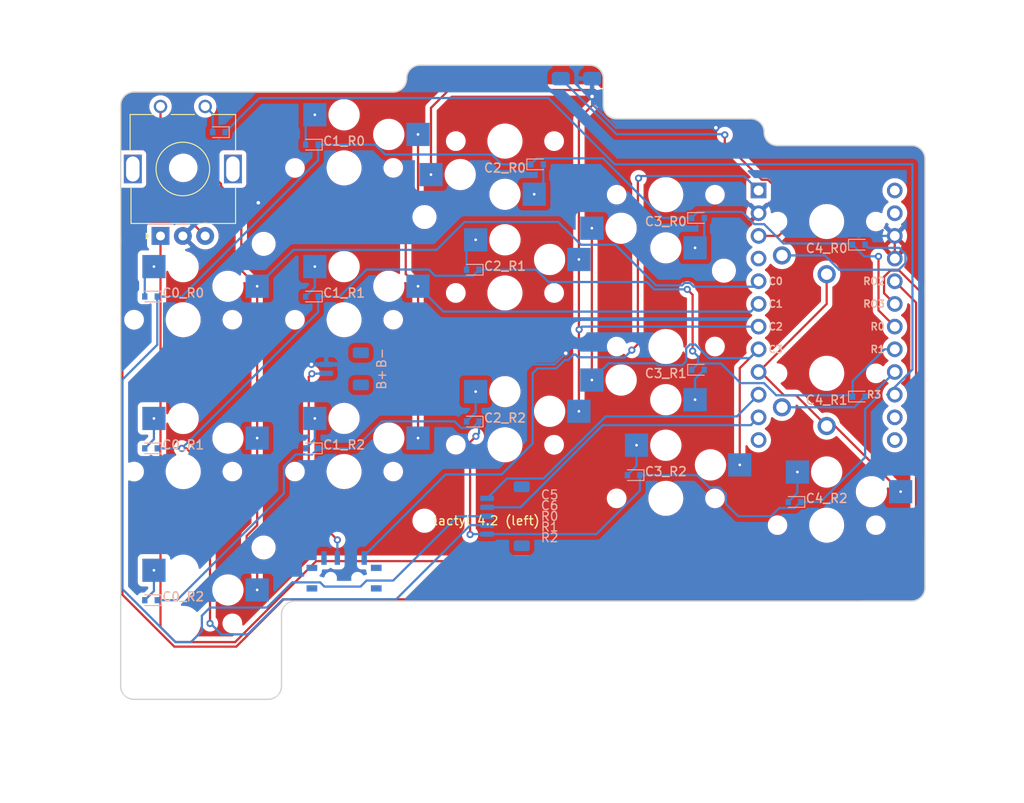
<source format=kicad_pcb>
(kicad_pcb (version 20221018) (generator pcbnew)
  (title_block (title "left") (rev "v1.0.0") (company "Unknown"))
  (layers (0 "F.Cu" signal) (31 "B.Cu" signal) (34 "B.Paste" user) (35 "F.Paste" user) (36 "B.SilkS" user "B.Silkscreen") (37 "F.SilkS" user "F.Silkscreen") (38 "B.Mask" user) (39 "F.Mask" user) (44 "Edge.Cuts" user))
  (net 0 "")
  (net 1 "C4")
  (net 2 "C4_R0D")
  (net 3 "R0")
  (net 4 "C4_R1D")
  (net 5 "R1")
  (net 6 "C0")
  (net 7 "C0R3D")
  (net 8 "P2")
  (net 9 "P3")
  (net 10 "GND")
  (net 11 "R3")
  (net 12 "RAW")
  (net 13 "BSLI")
  (net 14 "three")
  (net 15 "RST")
  (net 16 "VCC")
  (net 17 "C1")
  (net 18 "C2")
  (net 19 "C3")
  (net 20 "C5")
  (net 21 "C6")
  (net 22 "P10")
  (net 23 "P1")
  (net 24 "P0")
  (net 25 "R2")
  (net 26 "P8")
  (net 27 "P9")
  (net 28 "C0_R0D")
  (net 29 "C0_R1D")
  (net 30 "C0_R2D")
  (net 31 "C1_R0D")
  (net 32 "C1_R1D")
  (net 33 "C1_R2D")
  (net 34 "C2_R0D")
  (net 35 "C2_R1D")
  (net 36 "C2_R2D")
  (net 37 "C3_R0D")
  (net 38 "C3_R1D")
  (net 39 "C3_R2D")
  (net 40 "C4_R2D")
  (footprint "MountingHole_2.2mm_M2" (layer "F.Cu") (at 9 -8.5)
    (fp_text reference "H5" hide)
    (fp_text value "")
  )
  (footprint "MountingHole_2.2mm_M2" (layer "F.Cu") (at 60.5 -39.5)
    (fp_text reference "H1" hide)
    (fp_text value "")
  )
  (footprint "somelogo" (layer "F.Cu") (at 33.5 -11.5)
    (fp_text reference "T1" hide)
    (fp_text value "Flactyl 4.2 (left)")
  )
  (footprint "easyeda:SW-TH_MSK12C02-HB-1" (layer "F.Cu") (at 18 -5.5 180)
    (fp_text reference "SS1" hide)
    (fp_text value "SW-TH_MSK12C02-HB-1" hide)
  )
  (footprint "MountingHole_2.2mm_M2" (layer "F.Cu") (at 9 -42.5)
    (fp_text reference "H4" hide)
    (fp_text value "")
  )
  (footprint "MountingHole_2.2mm_M2" (layer "F.Cu") (at 27 -11.5)
    (fp_text reference "H3" hide)
    (fp_text value "")
  )
  (footprint "MountingHole_2.2mm_M2" (layer "F.Cu") (at 27 -45.5)
    (fp_text reference "H2" hide)
    (fp_text value "")
  )
  (footprint "rotary_encoder" (layer "F.Cu") (at 0 -51 90)
    (fp_text reference "ROT1" hide)
    (fp_text value "")
  )
  (footprint "D_SOD-523" (layer "B.Cu") (at 14.4 -36.6 180)
    (fp_text reference "D8" hide)
    (fp_text value "D_SOD-523")
  )
  (footprint "D_SOD-523" (layer "B.Cu") (at 57.6 -28.4)
    (fp_text reference "D14" hide)
    (fp_text value "D_SOD-523")
  )
  (footprint "Kailh_socket_PG1350_no_silk" (layer "B.Cu") (at 0 0 180)
    (fp_text reference "S5" hide)
    (fp_text value "")
  )
  (footprint "D_SOD-523" (layer "B.Cu") (at 50.4 -16.6 180)
    (fp_text reference "D15" hide)
    (fp_text value "D_SOD-523")
  )
  (footprint "D_SOD-523" (layer "B.Cu") (at -3.6 -2.6 180)
    (fp_text reference "D6" hide)
    (fp_text value "D_SOD-523")
  )
  (footprint "D_SOD-523" (layer "B.Cu") (at 57.6 -45.4)
    (fp_text reference "D13" hide)
    (fp_text value "D_SOD-523")
  )
  (footprint "Kailh_socket_PG1350_no_silk" (layer "B.Cu") (at 36 -54)
    (fp_text reference "S9" hide)
    (fp_text value "")
  )
  (footprint "Kailh_socket_PG1350_no_silk" (layer "B.Cu") (at 54 -31)
    (fp_text reference "S13" hide)
    (fp_text value "")
  )
  (footprint "Kailh_socket_PG1350_no_silk" (layer "B.Cu") (at 36 -20 180)
    (fp_text reference "S11" hide)
    (fp_text value "")
  )
  (footprint "D_SOD-523" (layer "B.Cu") (at 32.4 -39.6 180)
    (fp_text reference "D11" hide)
    (fp_text value "D_SOD-523")
  )
  (footprint "NiceNano" (layer "B.Cu") (at 72 -34.5 -90)
    (fp_text reference "MCU1" hide)
    (fp_text value "" hide)
  )
  (footprint "D_SOD-523" (layer "B.Cu") (at 75.6 -25.4)
    (fp_text reference "D2" hide)
    (fp_text value "D_SOD-523")
  )
  (footprint "D_SOD-523" (layer "B.Cu") (at 14.4 -19.6 180)
    (fp_text reference "D9" hide)
    (fp_text value "D_SOD-523")
  )
  (footprint "Kailh_socket_PG1350_no_silk" (layer "B.Cu") (at 18 -17 180)
    (fp_text reference "S8" hide)
    (fp_text value "")
  )
  (footprint "D_SOD-523" (layer "B.Cu") (at 75.6 -42.4)
    (fp_text reference "D1" hide)
    (fp_text value "D_SOD-523")
  )
  (footprint "Kailh_socket_PG1350_no_silk" (layer "B.Cu") (at 36 -37 180)
    (fp_text reference "S10" hide)
    (fp_text value "")
  )
  (footprint "Kailh_socket_PG1350_no_silk" (layer "B.Cu") (at 72 -45)
    (fp_text reference "S1" hide)
    (fp_text value "")
  )
  (footprint "D_SOD-523" (layer "B.Cu") (at 14.4 -53.6 180)
    (fp_text reference "D7" hide)
    (fp_text value "D_SOD-523")
  )
  (footprint "D_SOD-523" (layer "B.Cu") (at 32.4 -22.6 180)
    (fp_text reference "D12" hide)
    (fp_text value "D_SOD-523")
  )
  (footprint "JST_SH_SM05B-SRSS-TB_1x05-1MP_P1.00mm_Horizontal" (layer "B.Cu") (at 36 -12 -90)
    (fp_text reference "JC1" hide)
    (fp_text value "")
  )
  (footprint "D_SOD-523" (layer "B.Cu") (at -3.6 -19.6 180)
    (fp_text reference "D5" hide)
    (fp_text value "D_SOD-523")
  )
  (footprint "JST_SH_SM02B-SRSS-TB_1x02-1MP_P1.00mm_Horizontal" (layer "B.Cu") (at 18 -28.5 -90)
    (fp_text reference "JB1" hide)
    (fp_text value "JST_SH_SM02B-SRSS-TB_1x02-1MP_P1.00mm_Horizontal" hide)
  )
  (footprint "Kailh_socket_PG1350_no_silk" (layer "B.Cu") (at 54 -14 180)
    (fp_text reference "S14" hide)
    (fp_text value "")
  )
  (footprint "Kailh_socket_PG1350_no_silk" (layer "B.Cu") (at 72 -11 180)
    (fp_text reference "S15" hide)
    (fp_text value "")
  )
  (footprint "Kailh_socket_PG1350_no_silk" (layer "B.Cu") (at 18 -34 180)
    (fp_text reference "S7" hide)
    (fp_text value "")
  )
  (footprint "D_SOD-523" (layer "B.Cu") (at 39.6 -51.4)
    (fp_text reference "D10" hide)
    (fp_text value "D_SOD-523")
  )
  (footprint "b3u-1000P" (layer "B.Cu") (at 44 -61 180)
    (fp_text reference "SB1" hide)
    (fp_text value "b3u-1000P")
  )
  (footprint "D_SOD-523" (layer "B.Cu") (at 4 -55 180)
    (fp_text reference "D3" hide)
    (fp_text value "D_SOD-523")
  )
  (footprint "D_SOD-523" (layer "B.Cu") (at 68.4 -13.6 180)
    (fp_text reference "D16" hide)
    (fp_text value "D_SOD-523")
  )
  (footprint "Kailh_socket_PG1350_no_silk" (layer "B.Cu") (at 18 -51 180)
    (fp_text reference "S6" hide)
    (fp_text value "")
  )
  (footprint "Kailh_socket_PG1350_no_silk" (layer "B.Cu") (at 72 -28)
    (fp_text reference "S2" hide)
    (fp_text value "")
  )
  (footprint "Kailh_socket_PG1350_no_silk" (layer "B.Cu") (at 0 -34 180)
    (fp_text reference "S3" hide)
    (fp_text value "")
  )
  (footprint "D_SOD-523" (layer "B.Cu") (at -3.6 -36.6 180)
    (fp_text reference "D4" hide)
    (fp_text value "D_SOD-523")
  )
  (footprint "Kailh_socket_PG1350_no_silk" (layer "B.Cu") (at 54 -48)
    (fp_text reference "S12" hide)
    (fp_text value "")
  )
  (footprint "Kailh_socket_PG1350_no_silk" (layer "B.Cu") (at 0 -17 180)
    (fp_text reference "S4" hide)
    (fp_text value "")
  )
  (gr_line (start 63.51 -56.5) (end 48.49 -56.5) (stroke (width 0.15)) (layer "Edge.Cuts"))
  (gr_arc (start 11 7.01) (mid 10.563589 8.063589) (end 9.51 8.5) (stroke (width 0.15)) (layer "Edge.Cuts"))
  (gr_line (start 83 -3.99) (end 83 -52.01) (stroke (width 0.15)) (layer "Edge.Cuts"))
  (gr_line (start 65 -54.99) (end 65 -55.01) (stroke (width 0.15)) (layer "Edge.Cuts"))
  (gr_line (start 81.51 -53.5) (end 66.49 -53.5) (stroke (width 0.15)) (layer "Edge.Cuts"))
  (gr_arc (start 83 -3.99) (mid 82.563589 -2.936411) (end 81.51 -2.5) (stroke (width 0.15)) (layer "Edge.Cuts"))
  (gr_arc (start 63.51 -56.5) (mid 64.563589 -56.063589) (end 65 -55.01) (stroke (width 0.15)) (layer "Edge.Cuts"))
  (gr_line (start -5.51 8.5) (end 9.51 8.5) (stroke (width 0.15)) (layer "Edge.Cuts"))
  (gr_arc (start 25 -60.99) (mid 24.563589 -59.936411) (end 23.51 -59.5) (stroke (width 0.15)) (layer "Edge.Cuts"))
  (gr_arc (start -5.51 8.5) (mid -6.563589 8.063589) (end -7 7.01) (stroke (width 0.15)) (layer "Edge.Cuts"))
  (gr_arc (start 45.51 -62.5) (mid 46.563589 -62.063589) (end 47 -61.01) (stroke (width 0.15)) (layer "Edge.Cuts"))
  (gr_arc (start 25 -61.01) (mid 25.436411 -62.063589) (end 26.49 -62.5) (stroke (width 0.15)) (layer "Edge.Cuts"))
  (gr_line (start 47 -57.99) (end 47 -61.01) (stroke (width 0.15)) (layer "Edge.Cuts"))
  (gr_arc (start 81.51 -53.5) (mid 82.563589 -53.063589) (end 83 -52.01) (stroke (width 0.15)) (layer "Edge.Cuts"))
  (gr_line (start 25 -61.01) (end 25 -60.99) (stroke (width 0.15)) (layer "Edge.Cuts"))
  (gr_line (start 12.49 -2.5) (end 81.51 -2.5) (stroke (width 0.15)) (layer "Edge.Cuts"))
  (gr_line (start -7 7.01) (end -7 -58.01) (stroke (width 0.15)) (layer "Edge.Cuts"))
  (gr_arc (start 66.49 -53.5) (mid 65.436411 -53.936411) (end 65 -54.99) (stroke (width 0.15)) (layer "Edge.Cuts"))
  (gr_arc (start 11 -1.01) (mid 11.436411 -2.063589) (end 12.49 -2.5) (stroke (width 0.15)) (layer "Edge.Cuts"))
  (gr_line (start 45.51 -62.5) (end 26.49 -62.5) (stroke (width 0.15)) (layer "Edge.Cuts"))
  (gr_line (start 11 7.01) (end 11 -1.01) (stroke (width 0.15)) (layer "Edge.Cuts"))
  (gr_arc (start -7 -58.01) (mid -6.563589 -59.063589) (end -5.51 -59.5) (stroke (width 0.15)) (layer "Edge.Cuts"))
  (gr_arc (start 48.49 -56.5) (mid 47.436411 -56.936411) (end 47 -57.99) (stroke (width 0.15)) (layer "Edge.Cuts"))
  (gr_line (start -5.51 -59.5) (end 23.51 -59.5) (stroke (width 0.15)) (layer "Edge.Cuts"))
  (segment (start 72.925 -22.1) (end 72 -22.1) (width 0.25) (layer "F.Cu") (net 1))
  (segment (start 67.225316 -25.541) (end 68.559 -25.541) (width 0.25) (layer "F.Cu") (net 1))
  (segment (start 68.559 -25.541) (end 72 -22.1) (width 0.25) (layer "F.Cu") (net 1))
  (segment (start 72 -39.1) (end 72 -35.77) (width 0.25) (layer "F.Cu") (net 1))
  (segment (start 80.275 -14.75) (end 72.925 -22.1) (width 0.25) (layer "F.Cu") (net 1))
  (segment (start 72 -35.77) (end 64.38 -28.15) (width 0.25) (layer "F.Cu") (net 1))
  (segment (start 64.38 -28.15) (end 64.616316 -28.15) (width 0.25) (layer "F.Cu") (net 1))
  (segment (start 64.616316 -28.15) (end 67.225316 -25.541) (width 0.25) (layer "F.Cu") (net 1))
  (segment (start 80.117595 -42.0513) (end 80.8213 -41.347595) (width 0.25) (layer "B.Cu") (net 2))
  (segment (start 80.068895 -39.6) (end 73.396461 -39.6) (width 0.25) (layer "B.Cu") (net 2))
  (segment (start 80.8213 -41.347595) (end 80.8213 -40.352405) (width 0.25) (layer "B.Cu") (net 2))
  (segment (start 76.6487 -42.0513) (end 80.117595 -42.0513) (width 0.25) (layer "B.Cu") (net 2))
  (segment (start 73.396461 -39.6) (end 71.796461 -41.2) (width 0.25) (layer "B.Cu") (net 2))
  (segment (start 80.8213 -40.352405) (end 80.068895 -39.6) (width 0.25) (layer "B.Cu") (net 2))
  (segment (start 76.3 -42.4) (end 76.6487 -42.0513) (width 0.25) (layer "B.Cu") (net 2))
  (segment (start 71.796461 -41.2) (end 67 -41.2) (width 0.25) (layer "B.Cu") (net 2))
  (segment (start 77.8 -35.05) (end 79.62 -33.23) (width 0.25) (layer "F.Cu") (net 3))
  (segment (start 77.8 -41.1) (end 77.8 -35.05) (width 0.25) (layer "F.Cu") (net 3))
  (via (at 77.8 -41.1) (size 0.8) (drill 0.4) (layers "F.Cu" "B.Cu") (net 3))
  (segment (start 76.2 -41.1) (end 74.9 -42.4) (width 0.25) (layer "B.Cu") (net 3))
  (segment (start 65 -44.7) (end 67.159 -42.541) (width 0.25) (layer "B.Cu") (net 3))
  (segment (start -2.9 -31.2) (end -2.9 -36.6) (width 0.25) (layer "B.Cu") (net 3))
  (segment (start 22.59835 -52.5) (end 34.545001 -52.5) (width 0.25) (layer "B.Cu") (net 3))
  (segment (start 3.001501 -1.7775) (end 2.0895 -0.865499) (width 0.25) (layer "B.Cu") (net 3))
  (segment (start 77.8 -41.1) (end 76.2 -41.1) (width 0.25) (layer "B.Cu") (net 3))
  (segment (start 34.545001 -52.5) (end 35.645001 -51.4) (width 0.25) (layer "B.Cu") (net 3))
  (segment (start 34 -12) (end 30.7 -12) (width 0.25) (layer "B.Cu") (net 3))
  (segment (start -0.865499 2.0895) (end -6.8 -3.845001) (width 0.25) (layer "B.Cu") (net 3))
  (segment (start 67.159 -42.541) (end 74.759 -42.541) (width 0.25) (layer "B.Cu") (net 3))
  (segment (start 63.911105 -44.7) (end 65 -44.7) (width 0.25) (layer "B.Cu") (net 3))
  (segment (start 15.1 -51.866316) (end 15.1 -53.6) (width 0.25) (layer "B.Cu") (net 3))
  (segment (start 21.49835 -53.6) (end 22.59835 -52.5) (width 0.25) (layer "B.Cu") (net 3))
  (segment (start 30.7 -12) (end 23.5 -4.8) (width 0.25) (layer "B.Cu") (net 3))
  (segment (start -2.9 -36.6) (end -0.166316 -36.6) (width 0.25) (layer "B.Cu") (net 3))
  (segment (start 9.3775 -1.7775) (end 3.001501 -1.7775) (width 0.25) (layer "B.Cu") (net 3))
  (segment (start 2.0895 0.865499) (end 0.865499 2.0895) (width 0.25) (layer "B.Cu") (net 3))
  (segment (start 15.325 -4.595) (end 12.195 -4.595) (width 0.25) (layer "B.Cu") (net 3))
  (segment (start 56.9 -45.4) (end 57.575 -46.075) (width 0.25) (layer "B.Cu") (net 3))
  (segment (start 39.575 -52.075) (end 46.970001 -52.075) (width 0.25) (layer "B.Cu") (net 3))
  (segment (start 53.645001 -45.4) (end 56.9 -45.4) (width 0.25) (layer "B.Cu") (net 3))
  (segment (start 15.1 -53.6) (end 21.49835 -53.6) (width 0.25) (layer "B.Cu") (net 3))
  (segment (start -6.8 -3.845001) (end -6.8 -27.3) (width 0.25) (layer "B.Cu") (net 3))
  (segment (start 20.516726 -4.8) (end 19.841726 -4.125) (width 0.25) (layer "B.Cu") (net 3))
  (segment (start 38.9 -51.4) (end 39.575 -52.075) (width 0.25) (layer "B.Cu") (net 3))
  (segment (start 62.536105 -46.075) (end 63.911105 -44.7) (width 0.25) (layer "B.Cu") (net 3))
  (segment (start 46.970001 -52.075) (end 53.645001 -45.4) (width 0.25) (layer "B.Cu") (net 3))
  (segment (start 12.195 -4.595) (end 9.3775 -1.7775) (width 0.25) (layer "B.Cu") (net 3))
  (segment (start -0.166316 -36.6) (end 15.1 -51.866316) (width 0.25) (layer "B.Cu") (net 3))
  (segment (start 74.759 -42.541) (end 74.9 -42.4) (width 0.25) (layer "B.Cu") (net 3))
  (segment (start 19.841726 -4.125) (end 15.795 -4.125) (width 0.25) (layer "B.Cu") (net 3))
  (segment (start 0.865499 2.0895) (end -0.865499 2.0895) (width 0.25) (layer "B.Cu") (net 3))
  (segment (start -6.8 -27.3) (end -2.9 -31.2) (width 0.25) (layer "B.Cu") (net 3))
  (segment (start 35.645001 -51.4) (end 38.9 -51.4) (width 0.25) (layer "B.Cu") (net 3))
  (segment (start 23.5 -4.8) (end 20.516726 -4.8) (width 0.25) (layer "B.Cu") (net 3))
  (segment (start 2.0895 -0.865499) (end 2.0895 0.865499) (width 0.25) (layer "B.Cu") (net 3))
  (segment (start 57.575 -46.075) (end 62.536105 -46.075) (width 0.25) (layer "B.Cu") (net 3))
  (segment (start 15.795 -4.125) (end 15.325 -4.595) (width 0.25) (layer "B.Cu") (net 3))
  (segment (start 75.1 -24.2) (end 76.3 -25.4) (width 0.25) (layer "B.Cu") (net 4))
  (segment (start 67 -24.2) (end 75.1 -24.2) (width 0.25) (layer "B.Cu") (net 4))
  (segment (start 0.354999 -19.6) (end 3 -16.954999) (width 0.25) (layer "F.Cu") (net 5))
  (segment (start 57 -36.8) (end 56.4 -37.4) (width 0.25) (layer "F.Cu") (net 5))
  (segment (start -0.15 -19.6) (end 0.354999 -19.6) (width 0.25) (layer "F.Cu") (net 5))
  (segment (start 57 -30.5) (end 57 -36.8) (width 0.25) (layer "F.Cu") (net 5))
  (segment (start 3 -16.954999) (end 3 0) (width 0.25) (layer "F.Cu") (net 5))
  (via (at -0.15 -19.6) (size 0.8) (drill 0.4) (layers "F.Cu" "B.Cu") (net 5))
  (via (at 56.4 -37.4) (size 0.8) (drill 0.4) (layers "F.Cu" "B.Cu") (net 5))
  (via (at 57 -30.5) (size 0.8) (drill 0.4) (layers "F.Cu" "B.Cu") (net 5))
  (via (at 3 0) (size 0.8) (drill 0.4) (layers "F.Cu" "B.Cu") (net 5))
  (segment (start -0.166316 -19.6) (end -2.9 -19.6) (width 0.25) (layer "B.Cu") (net 5))
  (segment (start 78.456316 -30.69) (end 79.62 -30.69) (width 0.25) (layer "B.Cu") (net 5))
  (segment (start 11.138769 -2.702373) (end 7.210496 1.2259) (width 0.25) (layer "B.Cu") (net 5))
  (segment (start 7.210496 1.2259) (end 4.2759 1.2259) (width 0.25) (layer "B.Cu") (net 5))
  (segment (start 20.525 -39.625) (end 17.5 -36.6) (width 0.25) (layer "B.Cu") (net 5))
  (segment (start 57.6 -29.1) (end 57.6 -29.9) (width 0.25) (layer "B.Cu") (net 5))
  (segment (start -0.15 -19.6) (end -0.166316 -19.6) (width 0.25) (layer "B.Cu") (net 5))
  (segment (start 27.475 -39.625) (end 20.525 -39.625) (width 0.25) (layer "B.Cu") (net 5))
  (segment (start 66.359 -25.541) (end 65 -26.9) (width 0.25) (layer "B.Cu") (net 5))
  (segment (start -0.15 -19.616316) (end -0.15 -19.6) (width 0.25) (layer "B.Cu") (net 5))
  (segment (start 74.9 -25.4) (end 74.9 -27.133684) (width 0.25) (layer "B.Cu") (net 5))
  (segment (start 65 -26.9) (end 62.375 -26.9) (width 0.25) (layer "B.Cu") (net 5))
  (segment (start 57.6 -29.1) (end 56.9 -28.4) (width 0.25) (layer "B.Cu") (net 5))
  (segment (start 74.759 -25.541) (end 66.359 -25.541) (width 0.25) (layer "B.Cu") (net 5))
  (segment (start 74.9 -25.4) (end 74.759 -25.541) (width 0.25) (layer "B.Cu") (net 5))
  (segment (start 15.1 -36.6) (end 15.1 -34.866316) (width 0.25) (layer "B.Cu") (net 5))
  (segment (start 60.175 -29.1) (end 57.6 -29.1) (width 0.25) (layer "B.Cu") (net 5))
  (segment (start 4.2759 1.2259) (end 3.05 0) (width 0.25) (layer "B.Cu") (net 5))
  (segment (start 52.7 -37.4) (end 56.4 -37.4) (width 0.25) (layer "B.Cu") (net 5))
  (segment (start 17.5 -36.6) (end 15.1 -36.6) (width 0.25) (layer "B.Cu") (net 5))
  (segment (start 40.87245 -38.2259) (end 51.8741 -38.2259) (width 0.25) (layer "B.Cu") (net 5))
  (segment (start 15.1 -34.866316) (end -0.15 -19.616316) (width 0.25) (layer "B.Cu") (net 5))
  (segment (start 39.49835 -39.6) (end 40.87245 -38.2259) (width 0.25) (layer "B.Cu") (net 5))
  (segment (start 51.8741 -38.2259) (end 52.7 -37.4) (width 0.25) (layer "B.Cu") (net 5))
  (segment (start 23.827068 -2.702373) (end 11.138769 -2.702373) (width 0.25) (layer "B.Cu") (net 5))
  (segment (start 57.6 -29.9) (end 57 -30.5) (width 0.25) (layer "B.Cu") (net 5))
  (segment (start 34 -11) (end 32.124695 -11) (width 0.25) (layer "B.Cu") (net 5))
  (segment (start 28.175 -38.925) (end 27.475 -39.625) (width 0.25) (layer "B.Cu") (net 5))
  (segment (start 62.375 -26.9) (end 60.175 -29.1) (width 0.25) (layer "B.Cu") (net 5))
  (segment (start 32.124695 -11) (end 23.827068 -2.702373) (width 0.25) (layer "B.Cu") (net 5))
  (segment (start 32.425 -38.925) (end 28.175 -38.925) (width 0.25) (layer "B.Cu") (net 5))
  (segment (start 33.1 -39.6) (end 32.425 -38.925) (width 0.25) (layer "B.Cu") (net 5))
  (segment (start 74.9 -27.133684) (end 78.456316 -30.69) (width 0.25) (layer "B.Cu") (net 5))
  (segment (start 33.1 -39.6) (end 39.49835 -39.6) (width 0.25) (layer "B.Cu") (net 5))
  (segment (start 7.1 -9.8) (end 7.1 -6.9) (width 0.25) (layer "F.Cu") (net 6))
  (segment (start 4.235 -49.204518) (end 4.235 -48.955) (width 0.25) (layer "F.Cu") (net 6))
  (segment (start 6.5 -47.9) (end 5.29 -47.9) (width 0.25) (layer "F.Cu") (net 6))
  (segment (start -2.290482 -55.73) (end 4.235 -49.204518) (width 0.25) (layer "F.Cu") (net 6))
  (segment (start 7.1 -6.9) (end 8.275 -5.725) (width 0.25) (layer "F.Cu") (net 6))
  (segment (start 8.275 -37.75) (end 6.5 -39.525) (width 0.25) (layer "F.Cu") (net 6))
  (segment (start 8.275 -20.75) (end 8.275 -37.75) (width 0.25) (layer "F.Cu") (net 6))
  (segment (start 8.275 -10.975) (end 7.1 -9.8) (width 0.25) (layer "F.Cu") (net 6))
  (segment (start 6.5 -39.525) (end 6.5 -47.9) (width 0.25) (layer "F.Cu") (net 6))
  (segment (start -2.54 -55.73) (end -2.54 -57.88) (width 0.25) (layer "F.Cu") (net 6))
  (segment (start 8.275 -20.75) (end 8.275 -10.975) (width 0.25) (layer "F.Cu") (net 6))
  (segment (start 4.235 -48.955) (end 5.29 -47.9) (width 0.25) (layer "F.Cu") (net 6))
  (segment (start -2.54 -55.73) (end -2.290482 -55.73) (width 0.25) (layer "F.Cu") (net 6))
  (segment (start 8.275 -5.725) (end 8.275 -3.75) (width 0.25) (layer "F.Cu") (net 6))
  (segment (start 12.35 -41.825) (end 28.35 -41.825) (width 0.25) (layer "B.Cu") (net 6))
  (segment (start 57.125 -37.7) (end 63.77 -37.7) (width 0.25) (layer "B.Cu") (net 6))
  (segment (start 8.275 -37.75) (end 12.35 -41.825) (width 0.25) (layer "B.Cu") (net 6))
  (segment (start 41.95 -44.95) (end 44.5 -42.4) (width 0.25) (layer "B.Cu") (net 6))
  (segment (start 31.475 -44.95) (end 41.95 -44.95) (width 0.25) (layer "B.Cu") (net 6))
  (segment (start 44.5 -42.4) (end 48.35 -42.4) (width 0.25) (layer "B.Cu") (net 6))
  (segment (start 52.9 -37.85) (end 55.824695 -37.85) (width 0.25) (layer "B.Cu") (net 6))
  (segment (start 28.35 -41.825) (end 31.475 -44.95) (width 0.25) (layer "B.Cu") (net 6))
  (segment (start 56.7 -38.125) (end 57.125 -37.7) (width 0.25) (layer "B.Cu") (net 6))
  (segment (start 48.35 -42.4) (end 52.9 -37.85) (width 0.25) (layer "B.Cu") (net 6))
  (segment (start 56.099695 -38.125) (end 56.7 -38.125) (width 0.25) (layer "B.Cu") (net 6))
  (segment (start 63.77 -37.7) (end 64.38 -38.31) (width 0.25) (layer "B.Cu") (net 6))
  (segment (start 55.824695 -37.85) (end 56.099695 -38.125) (width 0.25) (layer "B.Cu") (net 6))
  (segment (start 3.3 -57.04) (end 2.46 -57.88) (width 0.25) (layer "B.Cu") (net 7))
  (segment (start 3.3 -55) (end 3.3 -57.04) (width 0.25) (layer "B.Cu") (net 7))
  (segment (start 82 -9.5) (end 82 -35.93) (width 0.25) (layer "F.Cu") (net 8))
  (segment (start 79.475 -6.975) (end 82 -9.5) (width 0.25) (layer "F.Cu") (net 8))
  (segment (start 5.8105 2.0895) (end 14.875 -6.975) (width 0.25) (layer "F.Cu") (net 8))
  (segment (start -2.54 -43.38) (end -2.54 0.414999) (width 0.25) (layer "F.Cu") (net 8))
  (segment (start 82 -35.93) (end 79.62 -38.31) (width 0.25) (layer "F.Cu") (net 8))
  (segment (start -2.54 0.414999) (end -0.865499 2.0895) (width 0.25) (layer "F.Cu") (net 8))
  (segment (start 14.875 -6.975) (end 79.475 -6.975) (width 0.25) (layer "F.Cu") (net 8))
  (segment (start -0.865499 2.0895) (end 5.8105 2.0895) (width 0.25) (layer "F.Cu") (net 8))
  (segment (start 82.8 -9.663604) (end 75.836396 -2.7) (width 0.25) (layer "F.Cu") (net 9))
  (segment (start 78.4187 -38.807595) (end 79.122405 -39.5113) (width 0.25) (layer "F.Cu") (net 9))
  (segment (start 79.62 -35.77) (end 78.4187 -36.9713) (width 0.25) (layer "F.Cu") (net 9))
  (segment (start 82.8 -36.828895) (end 82.8 -9.663604) (width 0.25) (layer "F.Cu") (net 9))
  (segment (start -6.8 -3.208605) (end -6.8 -42.2) (width 0.25) (layer "F.Cu") (net 9))
  (segment (start 1.04 -44.8) (end 2.46 -43.38) (width 0.25) (layer "F.Cu") (net 9))
  (segment (start 78.4187 -36.9713) (end 78.4187 -38.807595) (width 0.25) (layer "F.Cu") (net 9))
  (segment (start -0.991395 2.6) (end -6.8 -3.208605) (width 0.25) (layer "F.Cu") (net 9))
  (segment (start -4.2 -44.8) (end 1.04 -44.8) (width 0.25) (layer "F.Cu") (net 9))
  (segment (start 80.117595 -39.5113) (end 82.8 -36.828895) (width 0.25) (layer "F.Cu") (net 9))
  (segment (start 75.836396 -2.7) (end 11.236396 -2.7) (width 0.25) (layer "F.Cu") (net 9))
  (segment (start -6.8 -42.2) (end -4.2 -44.8) (width 0.25) (layer "F.Cu") (net 9))
  (segment (start 5.936396 2.6) (end -0.991395 2.6) (width 0.25) (layer "F.Cu") (net 9))
  (segment (start 11.236396 -2.7) (end 5.936396 2.6) (width 0.25) (layer "F.Cu") (net 9))
  (segment (start 79.122405 -39.5113) (end 80.117595 -39.5113) (width 0.25) (layer "F.Cu") (net 9))
  (segment (start 14.1 -29.25) (end 14.1 -41.35) (width 0.25) (layer "F.Cu") (net 10))
  (segment (start 64.38 -45.93) (end 59.6 -50.71) (width 0.25) (layer "F.Cu") (net 10))
  (segment (start 45.75 -59) (end 42.875 -56.125) (width 0.25) (layer "F.Cu") (net 10))
  (segment (start 14.35 -29) (end 14.1 -29.25) (width 0.25) (layer "F.Cu") (net 10))
  (segment (start 42.875 -30.275) (end 42.85 -30.25) (width 0.25) (layer "F.Cu") (net 10))
  (segment (start 59.6 -50.71) (end 59.6 -55.5) (width 0.25) (layer "F.Cu") (net 10))
  (segment (start 79.62 -43.39) (end 79.62 -40.85) (width 0.25) (layer "F.Cu") (net 10))
  (segment (start 42.875 -56.125) (end 42.875 -30.275) (width 0.25) (layer "F.Cu") (net 10))
  (segment (start 14.1 -41.35) (end 8.4 -47.05) (width 0.25) (layer "F.Cu") (net 10))
  (via (at 14.35 -29) (size 0.8) (drill 0.4) (layers "F.Cu" "B.Cu") (net 10))
  (via (at 42.8 -30.25) (size 0.8) (drill 0.4) (layers "F.Cu" "B.Cu") (net 10))
  (via (at 45.75 -59) (size 0.8) (drill 0.4) (layers "F.Cu" "B.Cu") (net 10))
  (via (at 59.6 -55.5) (size 0.8) (drill 0.4) (layers "F.Cu" "B.Cu") (net 10))
  (via (at 8.4 -47.1) (size 0.8) (drill 0.4) (layers "F.Cu" "B.Cu") (net 10))
  (segment (start 16 -29) (end 14.35 -29) (width 0.25) (layer "B.Cu") (net 10))
  (segment (start 76.564999 -43.39) (end 72.865499 -47.0895) (width 0.25) (layer "B.Cu") (net 10))
  (segment (start 65.5395 -47.0895) (end 64.38 -45.93) (width 0.25) (layer "B.Cu") (net 10))
  (segment (start 3.68 -47.1) (end -0.04 -43.38) (width 0.25) (layer "B.Cu") (net 10))
  (segment (start 8.4 -47.1) (end 3.68 -47.1) (width 0.25) (layer "B.Cu") (net 10))
  (segment (start 45.75 -59) (end 45.75 -61) (width 0.25) (layer "B.Cu") (net 10))
  (segment (start 45.75 -58.15) (end 48.4 -55.5) (width 0.25) (layer "B.Cu") (net 10))
  (segment (start 42.8 -30.25) (end 41.55 -29) (width 0.25) (layer "B.Cu") (net 10))
  (segment (start 48.4 -55.5) (end 59.6 -55.5) (width 0.25) (layer "B.Cu") (net 10))
  (segment (start 45.75 -59) (end 45.75 -58.15) (width 0.25) (layer "B.Cu") (net 10))
  (segment (start 79.62 -43.39) (end 76.564999 -43.39) (width 0.25) (layer "B.Cu") (net 10))
  (segment (start 72.865499 -47.0895) (end 65.5395 -47.0895) (width 0.25) (layer "B.Cu") (net 10))
  (segment (start 41.55 -29) (end 16 -29) (width 0.25) (layer "B.Cu") (net 10))
  (segment (start 40.856397 -58.825) (end 8.525 -58.825) (width 0.25) (layer "B.Cu") (net 11))
  (segment (start 8.525 -58.825) (end 4.7 -55) (width 0.25) (layer "B.Cu") (net 11))
  (segment (start 78.778895 -25.61) (end 81.6 -28.431105) (width 0.25) (layer "B.Cu") (net 11))
  (segment (start 81.6 -28.431105) (end 81.6 -51.4) (width 0.25) (layer "B.Cu") (net 11))
  (segment (start 81.6 -51.4) (end 48.281397 -51.4) (width 0.25) (layer "B.Cu") (net 11))
  (segment (start 48.281397 -51.4) (end 40.856397 -58.825) (width 0.25) (layer "B.Cu") (net 11))
  (segment (start 79.62 -25.61) (end 78.778895 -25.61) (width 0.25) (layer "B.Cu") (net 11))
  (segment (start 50.875 -31.275) (end 50.875 -49.825) (width 0.25) (layer "F.Cu") (net 12))
  (segment (start 50.2 -30.6) (end 50.875 -31.275) (width 0.25) (layer "F.Cu") (net 12))
  (segment (start 50.875 -49.825) (end 50.9 -49.85) (width 0.25) (layer "F.Cu") (net 12))
  (via (at 50.95 -49.85) (size 0.8) (drill 0.4) (layers "F.Cu" "B.Cu") (net 12))
  (via (at 50.2 -30.6) (size 0.8) (drill 0.4) (layers "F.Cu" "B.Cu") (net 12))
  (segment (start 39.65 -28.55) (end 39.1 -28) (width 0.25) (layer "B.Cu") (net 12))
  (segment (start 50.2 -30.6) (end 49.3741 -29.7741) (width 0.25) (layer "B.Cu") (net 12))
  (segment (start 47.966316 -29.8) (end 44.2 -29.8) (width 0.25) (layer "B.Cu") (net 12))
  (segment (start 41.75 -28.55) (end 39.65 -28.55) (width 0.25) (layer "B.Cu") (net 12))
  (segment (start 29.35 -16.675) (end 20.25 -7.575) (width 0.25) (layer "B.Cu") (net 12))
  (segment (start 62.7605 -50.0895) (end 64.38 -48.47) (width 0.25) (layer "B.Cu") (net 12))
  (segment (start 49.3741 -29.7741) (end 47.992216 -29.7741) (width 0.25) (layer "B.Cu") (net 12))
  (segment (start 35.629999 -16.675) (end 29.35 -16.675) (width 0.25) (layer "B.Cu") (net 12))
  (segment (start 43.675305 -30.1) (end 43.075305 -29.5) (width 0.25) (layer "B.Cu") (net 12))
  (segment (start 43.9 -30.1) (end 43.675305 -30.1) (width 0.25) (layer "B.Cu") (net 12))
  (segment (start 44.2 -29.8) (end 43.9 -30.1) (width 0.25) (layer "B.Cu") (net 12))
  (segment (start 42.7 -29.5) (end 41.75 -28.55) (width 0.25) (layer "B.Cu") (net 12))
  (segment (start 39.1 -20.145001) (end 35.629999 -16.675) (width 0.25) (layer "B.Cu") (net 12))
  (segment (start 47.992216 -29.7741) (end 47.966316 -29.8) (width 0.25) (layer "B.Cu") (net 12))
  (segment (start 43.075305 -29.5) (end 42.7 -29.5) (width 0.25) (layer "B.Cu") (net 12))
  (segment (start 51.1895 -50.0895) (end 62.7605 -50.0895) (width 0.25) (layer "B.Cu") (net 12))
  (segment (start 39.1 -28) (end 39.1 -20.145001) (width 0.25) (layer "B.Cu") (net 12))
  (segment (start 14.05 -27.6) (end 14.05 -12.55) (width 0.25) (layer "F.Cu") (net 13))
  (segment (start 14.05 -12.55) (end 17.25 -9.35) (width 0.25) (layer "F.Cu") (net 13))
  (segment (start 14.4 -27.95) (end 14.05 -27.6) (width 0.25) (layer "F.Cu") (net 13))
  (via (at 17.25 -9.35) (size 0.8) (drill 0.4) (layers "F.Cu" "B.Cu") (net 13))
  (via (at 14.4 -27.95) (size 0.8) (drill 0.4) (layers "F.Cu" "B.Cu") (net 13))
  (segment (start 17.25 -7.575) (end 17.25 -9.35) (width 0.25) (layer "B.Cu") (net 13))
  (segment (start 16 -28) (end 14.4 -27.95) (width 0.25) (layer "B.Cu") (net 13))
  (segment (start 67.7259 -44.492216) (end 66.623684 -43.39) (width 0.25) (layer "F.Cu") (net 15))
  (segment (start 66.623684 -43.39) (end 64.38 -43.39) (width 0.25) (layer "F.Cu") (net 15))
  (segment (start 64.742735 -49.6713) (end 65.4287 -49.6713) (width 0.25) (layer "F.Cu") (net 15))
  (segment (start 67.7259 -47.3741) (end 67.7259 -44.492216) (width 0.25) (layer "F.Cu") (net 15))
  (segment (start 60.6 -54.7) (end 60.6 -53.814035) (width 0.25) (layer "F.Cu") (net 15))
  (segment (start 60.6 -53.814035) (end 64.742735 -49.6713) (width 0.25) (layer "F.Cu") (net 15))
  (segment (start 65.4287 -49.6713) (end 67.7259 -47.3741) (width 0.25) (layer "F.Cu") (net 15))
  (via (at 60.6 -54.7) (size 0.8) (drill 0.4) (layers "F.Cu" "B.Cu") (net 15))
  (segment (start 42.25 -61) (end 48.475 -54.775) (width 0.25) (layer "B.Cu") (net 15))
  (segment (start 48.475 -54.775) (end 60.525 -54.775) (width 0.25) (layer "B.Cu") (net 15))
  (segment (start 60.525 -54.775) (end 60.6 -54.7) (width 0.25) (layer "B.Cu") (net 15))
  (segment (start 26.275 -37.75) (end 26.275 -20.75) (width 0.25) (layer "F.Cu") (net 17))
  (segment (start 24.9 -39.125) (end 26.275 -37.75) (width 0.25) (layer "F.Cu") (net 17))
  (segment (start 26.275 -54.75) (end 26.275 -47.775) (width 0.25) (layer "F.Cu") (net 17))
  (segment (start 24.9 -46.4) (end 24.9 -39.125) (width 0.25) (layer "F.Cu") (net 17))
  (segment (start 26.275 -47.775) (end 24.9 -46.4) (width 0.25) (layer "F.Cu") (net 17))
  (segment (start 29.1145 -34.9105) (end 63.5205 -34.9105) (width 0.25) (layer "B.Cu") (net 17))
  (segment (start 26.275 -37.75) (end 29.1145 -34.9105) (width 0.25) (layer "B.Cu") (net 17))
  (segment (start 63.5205 -34.9105) (end 64.38 -35.77) (width 0.25) (layer "B.Cu") (net 17))
  (segment (start 29.725 -59.725) (end 27.725 -57.725) (width 0.25) (layer "F.Cu") (net 18))
  (segment (start 27.725 -57.725) (end 27.725 -50.25) (width 0.25) (layer "F.Cu") (net 18))
  (segment (start 44.275 -32.875) (end 44.3 -32.9) (width 0.25) (layer "F.Cu") (net 18))
  (segment (start 44.275 -56.499695) (end 46.475 -58.699695) (width 0.25) (layer "F.Cu") (net 18))
  (segment (start 44.3 -32.9) (end 44.275 -32.925) (width 0.25) (layer "F.Cu") (net 18))
  (segment (start 44.275 -40.75) (end 44.275 -56.499695) (width 0.25) (layer "F.Cu") (net 18))
  (segment (start 46.050305 -59.725) (end 29.725 -59.725) (width 0.25) (layer "F.Cu") (net 18))
  (segment (start 44.275 -23.75) (end 44.275 -32.875) (width 0.25) (layer "F.Cu") (net 18))
  (segment (start 44.275 -32.925) (end 44.275 -40.75) (width 0.25) (layer "F.Cu") (net 18))
  (segment (start 46.475 -59.300305) (end 46.050305 -59.725) (width 0.25) (layer "F.Cu") (net 18))
  (segment (start 46.475 -58.699695) (end 46.475 -59.300305) (width 0.25) (layer "F.Cu") (net 18))
  (via (at 44.3 -32.9) (size 0.8) (drill 0.4) (layers "F.Cu" "B.Cu") (net 18))
  (segment (start 44.63 -33.23) (end 44.3 -32.9) (width 0.25) (layer "B.Cu") (net 18))
  (segment (start 64.38 -33.23) (end 44.63 -33.23) (width 0.25) (layer "B.Cu") (net 18))
  (segment (start 62.275 -28.585) (end 64.38 -30.69) (width 0.25) (layer "F.Cu") (net 19))
  (segment (start 62.275 -17.75) (end 62.275 -28.585) (width 0.25) (layer "F.Cu") (net 19))
  (segment (start 45.725 -44.25) (end 45.725 -27.25) (width 0.25) (layer "F.Cu") (net 19))
  (segment (start 47.6 -29.125) (end 52.920001 -29.125) (width 0.25) (layer "B.Cu") (net 19))
  (segment (start 56.699695 -31.225) (end 57.300305 -31.225) (width 0.25) (layer "B.Cu") (net 19))
  (segment (start 52.920001 -29.125) (end 53.134501 -28.9105) (width 0.25) (layer "B.Cu") (net 19))
  (segment (start 53.134501 -28.9105) (end 55.835195 -28.9105) (width 0.25) (layer "B.Cu") (net 19))
  (segment (start 55.835195 -28.9105) (end 56.275 -29.350305) (width 0.25) (layer "B.Cu") (net 19))
  (segment (start 45.725 -27.25) (end 47.6 -29.125) (width 0.25) (layer "B.Cu") (net 19))
  (segment (start 56.275 -30.800305) (end 56.699695 -31.225) (width 0.25) (layer "B.Cu") (net 19))
  (segment (start 58.825305 -29.7) (end 63.39 -29.7) (width 0.25) (layer "B.Cu") (net 19))
  (segment (start 56.275 -29.350305) (end 56.275 -30.800305) (width 0.25) (layer "B.Cu") (net 19))
  (segment (start 57.300305 -31.225) (end 58.825305 -29.7) (width 0.25) (layer "B.Cu") (net 19))
  (segment (start 63.39 -29.7) (end 64.38 -30.69) (width 0.25) (layer "B.Cu") (net 19))
  (segment (start 47.275 -23.175) (end 40.325 -16.225) (width 0.25) (layer "B.Cu") (net 20))
  (segment (start 64.38 -25.61) (end 61.945 -23.175) (width 0.25) (layer "B.Cu") (net 20))
  (segment (start 40.325 -16.225) (end 36.225 -16.225) (width 0.25) (layer "B.Cu") (net 20))
  (segment (start 36.225 -16.225) (end 34 -14) (width 0.25) (layer "B.Cu") (net 20))
  (segment (start 61.945 -23.175) (end 47.275 -23.175) (width 0.25) (layer "B.Cu") (net 20))
  (segment (start 37.736396 -13) (end 34 -13) (width 0.25) (layer "B.Cu") (net 21))
  (segment (start 63.5037 -22.1937) (end 46.930096 -22.1937) (width 0.25) (layer "B.Cu") (net 21))
  (segment (start 46.930096 -22.1937) (end 37.736396 -13) (width 0.25) (layer "B.Cu") (net 21))
  (segment (start 64.38 -23.07) (end 63.5037 -22.1937) (width 0.25) (layer "B.Cu") (net 21))
  (segment (start 32.1 -20.3) (end 32.1 -9.95) (width 0.25) (layer "F.Cu") (net 25))
  (segment (start 32.75 -20.95) (end 32.1 -20.3) (width 0.25) (layer "F.Cu") (net 25))
  (via (at 32.75 -20.95) (size 0.8) (drill 0.4) (layers "F.Cu" "B.Cu") (net 25))
  (via (at 32.1 -9.95) (size 0.8) (drill 0.4) (layers "F.Cu" "B.Cu") (net 25))
  (segment (start 68.425 -12.925) (end 69.1 -13.6) (width 0.25) (layer "B.Cu") (net 25))
  (segment (start 77.7 -25.388895) (end 77.7 -26.3) (width 0.25) (layer "B.Cu") (net 25))
  (segment (start 69.1 -13.6) (end 71.30165 -13.6) (width 0.25) (layer "B.Cu") (net 25))
  (segment (start 32.4 -21.9) (end 33.1 -22.6) (width 0.25) (layer "B.Cu") (net 25))
  (segment (start 11.2741 -14.57245) (end 11.2741 -17.5991) (width 0.25) (layer "B.Cu") (net 25))
  (segment (start 58.992216 -15.2259) (end 60.007784 -15.2259) (width 0.25) (layer "B.Cu") (net 25))
  (segment (start -2.9 -2.6) (end -0.69835 -2.6) (width 0.25) (layer "B.Cu") (net 25))
  (segment (start 65.766316 -12) (end 66.691316 -12.925) (width 0.25) (layer "B.Cu") (net 25))
  (segment (start 34 -10) (end 46.233684 -10) (width 0.25) (layer "B.Cu") (net 25))
  (segment (start 31.1 -21.9) (end 32.4 -21.9) (width 0.25) (layer "B.Cu") (net 25))
  (segment (start 62.09835 -12) (end 65.766316 -12) (width 0.25) (layer "B.Cu") (net 25))
  (segment (start 58.932333 -15.166017) (end 58.992216 -15.2259) (width 0.25) (layer "B.Cu") (net 25))
  (segment (start 34 -10) (end 32.3 -10) (width 0.25) (layer "B.Cu") (net 25))
  (segment (start 76.3 -23.988895) (end 77.7 -25.388895) (width 0.25) (layer "B.Cu") (net 25))
  (segment (start 11.2741 -17.5991) (end 12.6 -18.925) (width 0.25) (layer "B.Cu") (net 25))
  (segment (start 60.7259 -13.37245) (end 62.09835 -12) (width 0.25) (layer "B.Cu") (net 25))
  (segment (start 77.7 -26.3) (end 77.77 -26.3) (width 0.25) (layer "B.Cu") (net 25))
  (segment (start 32.1 -9.95) (end 32.25 -9.95) (width 0.25) (layer "B.Cu") (net 25))
  (segment (start 60.007784 -15.2259) (end 60.7259 -14.507784) (width 0.25) (layer "B.Cu") (net 25))
  (segment (start 77.77 -26.3) (end 79.62 -28.15) (width 0.25) (layer "B.Cu") (net 25))
  (segment (start 51.1 -14.866316) (end 51.1 -16.6) (width 0.25) (layer "B.Cu") (net 25))
  (segment (start 14.425 -18.925) (end 15.1 -19.6) (width 0.25) (layer "B.Cu") (net 25))
  (segment (start 51.1 -16.6) (end 57.49835 -16.6) (width 0.25) (layer "B.Cu") (net 25))
  (segment (start 19.19835 -19.6) (end 22.22335 -22.625) (width 0.25) (layer "B.Cu") (net 25))
  (segment (start 60.7259 -14.507784) (end 60.7259 -13.37245) (width 0.25) (layer "B.Cu") (net 25))
  (segment (start 33.1 -21.3) (end 32.75 -20.95) (width 0.25) (layer "B.Cu") (net 25))
  (segment (start 15.1 -19.6) (end 19.19835 -19.6) (width 0.25) (layer "B.Cu") (net 25))
  (segment (start 66.691316 -12.925) (end 68.425 -12.925) (width 0.25) (layer "B.Cu") (net 25))
  (segment (start 76.3 -18.59835) (end 76.3 -23.988895) (width 0.25) (layer "B.Cu") (net 25))
  (segment (start -0.69835 -2.6) (end 11.2741 -14.57245) (width 0.25) (layer "B.Cu") (net 25))
  (segment (start 22.22335 -22.625) (end 30.375 -22.625) (width 0.25) (layer "B.Cu") (net 25))
  (segment (start 33.1 -22.6) (end 33.1 -21.3) (width 0.25) (layer "B.Cu") (net 25))
  (segment (start 12.6 -18.925) (end 14.425 -18.925) (width 0.25) (layer "B.Cu") (net 25))
  (segment (start 71.30165 -13.6) (end 76.3 -18.59835) (width 0.25) (layer "B.Cu") (net 25))
  (segment (start 32.3 -10) (end 32.1 -9.95) (width 0.25) (layer "B.Cu") (net 25))
  (segment (start 30.375 -22.625) (end 31.1 -21.9) (width 0.25) (layer "B.Cu") (net 25))
  (segment (start 57.49835 -16.6) (end 58.932333 -15.166017) (width 0.25) (layer "B.Cu") (net 25))
  (segment (start 46.233684 -10) (end 51.1 -14.866316) (width 0.25) (layer "B.Cu") (net 25))
  (segment (start -4.3 -38.925) (end -3.275 -39.95) (width 0.25) (layer "B.Cu") (net 28))
  (segment (start -4.3 -36.6) (end -4.3 -38.925) (width 0.25) (layer "B.Cu") (net 28))
  (segment (start -3.275 -20.625) (end -4.3 -19.6) (width 0.25) (layer "B.Cu") (net 29))
  (segment (start -3.275 -22.95) (end -3.275 -20.625) (width 0.25) (layer "B.Cu") (net 29))
  (segment (start -3.275 -3.625) (end -4.3 -2.6) (width 0.25) (layer "B.Cu") (net 30))
  (segment (start -3.275 -5.95) (end -3.275 -3.625) (width 0.25) (layer "B.Cu") (net 30))
  (segment (start 13.7 -53.6) (end 13.7 -55.925) (width 0.25) (layer "B.Cu") (net 31))
  (segment (start 13.7 -55.925) (end 14.725 -56.95) (width 0.25) (layer "B.Cu") (net 31))
  (segment (start 14.725 -37.625) (end 13.7 -36.6) (width 0.25) (layer "B.Cu") (net 32))
  (segment (start 14.725 -39.95) (end 14.725 -37.625) (width 0.25) (layer "B.Cu") (net 32))
  (segment (start 14.725 -22.95) (end 14.725 -20.625) (width 0.25) (layer "B.Cu") (net 33))
  (segment (start 14.725 -20.625) (end 13.7 -19.6) (width 0.25) (layer "B.Cu") (net 33))
  (segment (start 40.3 -51.4) (end 40.3 -49.075) (width 0.25) (layer "B.Cu") (net 34))
  (segment (start 40.3 -49.075) (end 39.275 -48.05) (width 0.25) (layer "B.Cu") (net 34))
  (segment (start 31.7 -39.6) (end 31.7 -41.925) (width 0.25) (layer "B.Cu") (net 35))
  (segment (start 31.7 -41.925) (end 32.725 -42.95) (width 0.25) (layer "B.Cu") (net 35))
  (segment (start 32.725 -25.95) (end 32.725 -23.625) (width 0.25) (layer "B.Cu") (net 36))
  (segment (start 32.725 -23.625) (end 31.7 -22.6) (width 0.25) (layer "B.Cu") (net 36))
  (segment (start 58.3 -43.075) (end 57.275 -42.05) (width 0.25) (layer "B.Cu") (net 37))
  (segment (start 58.3 -45.4) (end 58.3 -43.075) (width 0.25) (layer "B.Cu") (net 37))
  (segment (start 57.275 -27.375) (end 58.3 -28.4) (width 0.25) (layer "B.Cu") (net 38))
  (segment (start 57.275 -25.05) (end 57.275 -27.375) (width 0.25) (layer "B.Cu") (net 38))
  (segment (start 50.725 -17.625) (end 49.7 -16.6) (width 0.25) (layer "B.Cu") (net 39))
  (segment (start 50.725 -19.95) (end 50.725 -17.625) (width 0.25) (layer "B.Cu") (net 39))
  (segment (start 68.725 -16.95) (end 68.725 -14.625) (width 0.25) (layer "B.Cu") (net 40))
  (segment (start 68.725 -14.625) (end 67.7 -13.6) (width 0.25) (layer "B.Cu") (net 40))
  (zone (net 10) (net_name "GND") (layers "F&B.Cu") (connect_pads (clearance 0.508)) (min_thickness 0.25) (fill yes (thermal_gap 0.5) (thermal_bridge_width 0.5))
    (polygon (pts (xy -19.1 -66.1) (xy -20.5 18.4) (xy 94.1 20.1) (xy 90.6 -69.8)))
  )
)
</source>
